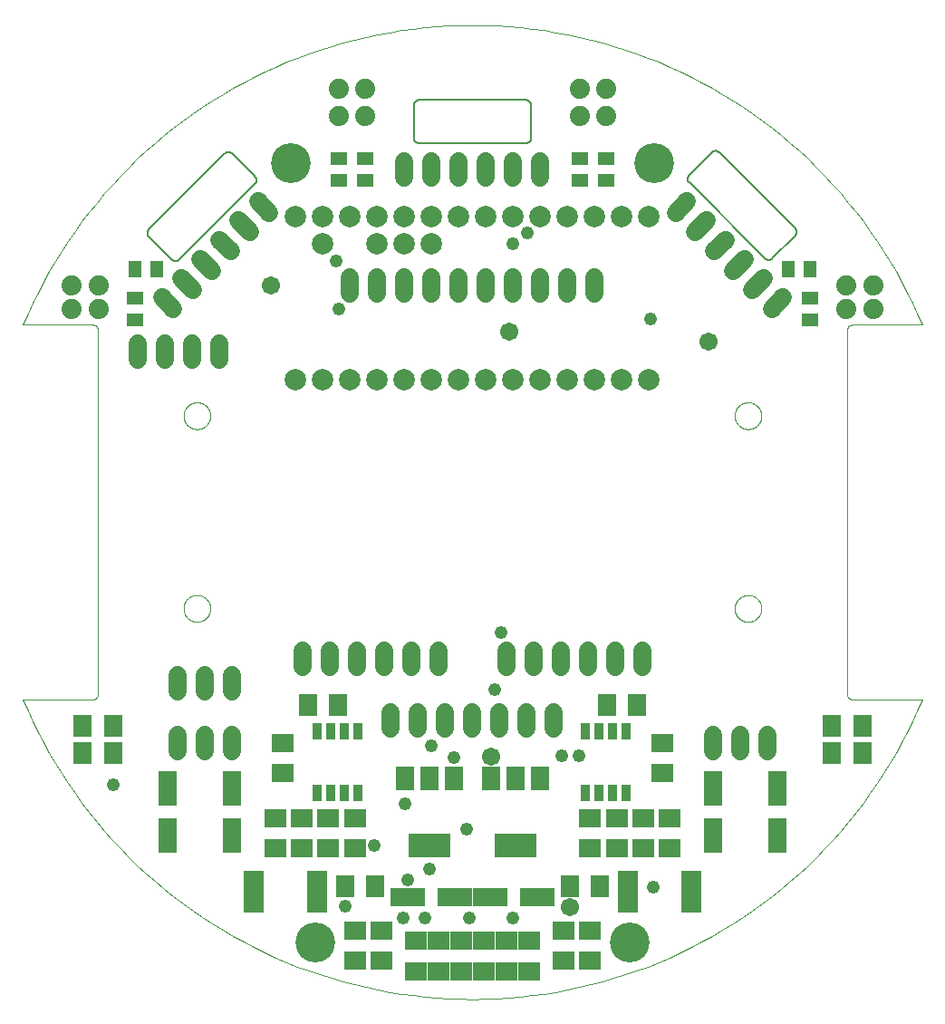
<source format=gts>
G75*
%MOIN*%
%OFA0B0*%
%FSLAX25Y25*%
%IPPOS*%
%LPD*%
%AMOC8*
5,1,8,0,0,1.08239X$1,22.5*
%
%ADD10C,0.00004*%
%ADD11C,0.00394*%
%ADD12C,0.00600*%
%ADD13C,0.07887*%
%ADD14C,0.06800*%
%ADD15R,0.12611X0.07099*%
%ADD16R,0.07099X0.07887*%
%ADD17R,0.07099X0.07898*%
%ADD18R,0.07099X0.12611*%
%ADD19R,0.03792X0.05918*%
%ADD20R,0.07898X0.07099*%
%ADD21R,0.07493X0.15367*%
%ADD22R,0.07887X0.07099*%
%ADD23R,0.06706X0.08674*%
%ADD24R,0.15761X0.08674*%
%ADD25R,0.06312X0.05131*%
%ADD26C,0.07400*%
%ADD27R,0.05131X0.06312*%
%ADD28C,0.14643*%
%ADD29C,0.04800*%
%ADD30C,0.06706*%
D10*
X0078851Y0183717D02*
X0078853Y0183857D01*
X0078859Y0183997D01*
X0078869Y0184136D01*
X0078883Y0184275D01*
X0078901Y0184414D01*
X0078922Y0184552D01*
X0078948Y0184690D01*
X0078978Y0184827D01*
X0079011Y0184962D01*
X0079049Y0185097D01*
X0079090Y0185231D01*
X0079135Y0185364D01*
X0079183Y0185495D01*
X0079236Y0185624D01*
X0079292Y0185753D01*
X0079351Y0185879D01*
X0079415Y0186004D01*
X0079481Y0186127D01*
X0079552Y0186248D01*
X0079625Y0186367D01*
X0079702Y0186484D01*
X0079783Y0186598D01*
X0079866Y0186710D01*
X0079953Y0186820D01*
X0080043Y0186928D01*
X0080135Y0187032D01*
X0080231Y0187134D01*
X0080330Y0187234D01*
X0080431Y0187330D01*
X0080535Y0187424D01*
X0080642Y0187514D01*
X0080751Y0187601D01*
X0080863Y0187686D01*
X0080977Y0187767D01*
X0081093Y0187845D01*
X0081211Y0187919D01*
X0081332Y0187990D01*
X0081454Y0188058D01*
X0081579Y0188122D01*
X0081705Y0188183D01*
X0081832Y0188240D01*
X0081962Y0188293D01*
X0082093Y0188343D01*
X0082225Y0188388D01*
X0082358Y0188431D01*
X0082493Y0188469D01*
X0082628Y0188503D01*
X0082765Y0188534D01*
X0082902Y0188561D01*
X0083040Y0188583D01*
X0083179Y0188602D01*
X0083318Y0188617D01*
X0083457Y0188628D01*
X0083597Y0188635D01*
X0083737Y0188638D01*
X0083877Y0188637D01*
X0084017Y0188632D01*
X0084156Y0188623D01*
X0084296Y0188610D01*
X0084435Y0188593D01*
X0084573Y0188572D01*
X0084711Y0188548D01*
X0084848Y0188519D01*
X0084984Y0188487D01*
X0085119Y0188450D01*
X0085253Y0188410D01*
X0085386Y0188366D01*
X0085517Y0188318D01*
X0085647Y0188267D01*
X0085776Y0188212D01*
X0085903Y0188153D01*
X0086028Y0188090D01*
X0086151Y0188025D01*
X0086273Y0187955D01*
X0086392Y0187882D01*
X0086510Y0187806D01*
X0086625Y0187727D01*
X0086738Y0187644D01*
X0086848Y0187558D01*
X0086956Y0187469D01*
X0087061Y0187377D01*
X0087164Y0187282D01*
X0087264Y0187184D01*
X0087361Y0187084D01*
X0087455Y0186980D01*
X0087547Y0186874D01*
X0087635Y0186766D01*
X0087720Y0186655D01*
X0087802Y0186541D01*
X0087881Y0186425D01*
X0087956Y0186308D01*
X0088028Y0186188D01*
X0088096Y0186066D01*
X0088161Y0185942D01*
X0088223Y0185816D01*
X0088281Y0185689D01*
X0088335Y0185560D01*
X0088386Y0185429D01*
X0088432Y0185297D01*
X0088475Y0185164D01*
X0088515Y0185030D01*
X0088550Y0184895D01*
X0088582Y0184758D01*
X0088609Y0184621D01*
X0088633Y0184483D01*
X0088653Y0184345D01*
X0088669Y0184206D01*
X0088681Y0184066D01*
X0088689Y0183927D01*
X0088693Y0183787D01*
X0088693Y0183647D01*
X0088689Y0183507D01*
X0088681Y0183368D01*
X0088669Y0183228D01*
X0088653Y0183089D01*
X0088633Y0182951D01*
X0088609Y0182813D01*
X0088582Y0182676D01*
X0088550Y0182539D01*
X0088515Y0182404D01*
X0088475Y0182270D01*
X0088432Y0182137D01*
X0088386Y0182005D01*
X0088335Y0181874D01*
X0088281Y0181745D01*
X0088223Y0181618D01*
X0088161Y0181492D01*
X0088096Y0181368D01*
X0088028Y0181246D01*
X0087956Y0181126D01*
X0087881Y0181009D01*
X0087802Y0180893D01*
X0087720Y0180779D01*
X0087635Y0180668D01*
X0087547Y0180560D01*
X0087455Y0180454D01*
X0087361Y0180350D01*
X0087264Y0180250D01*
X0087164Y0180152D01*
X0087061Y0180057D01*
X0086956Y0179965D01*
X0086848Y0179876D01*
X0086738Y0179790D01*
X0086625Y0179707D01*
X0086510Y0179628D01*
X0086392Y0179552D01*
X0086273Y0179479D01*
X0086151Y0179409D01*
X0086028Y0179344D01*
X0085903Y0179281D01*
X0085776Y0179222D01*
X0085647Y0179167D01*
X0085517Y0179116D01*
X0085386Y0179068D01*
X0085253Y0179024D01*
X0085119Y0178984D01*
X0084984Y0178947D01*
X0084848Y0178915D01*
X0084711Y0178886D01*
X0084573Y0178862D01*
X0084435Y0178841D01*
X0084296Y0178824D01*
X0084156Y0178811D01*
X0084017Y0178802D01*
X0083877Y0178797D01*
X0083737Y0178796D01*
X0083597Y0178799D01*
X0083457Y0178806D01*
X0083318Y0178817D01*
X0083179Y0178832D01*
X0083040Y0178851D01*
X0082902Y0178873D01*
X0082765Y0178900D01*
X0082628Y0178931D01*
X0082493Y0178965D01*
X0082358Y0179003D01*
X0082225Y0179046D01*
X0082093Y0179091D01*
X0081962Y0179141D01*
X0081832Y0179194D01*
X0081705Y0179251D01*
X0081579Y0179312D01*
X0081454Y0179376D01*
X0081332Y0179444D01*
X0081211Y0179515D01*
X0081093Y0179589D01*
X0080977Y0179667D01*
X0080863Y0179748D01*
X0080751Y0179833D01*
X0080642Y0179920D01*
X0080535Y0180010D01*
X0080431Y0180104D01*
X0080330Y0180200D01*
X0080231Y0180300D01*
X0080135Y0180402D01*
X0080043Y0180506D01*
X0079953Y0180614D01*
X0079866Y0180724D01*
X0079783Y0180836D01*
X0079702Y0180950D01*
X0079625Y0181067D01*
X0079552Y0181186D01*
X0079481Y0181307D01*
X0079415Y0181430D01*
X0079351Y0181555D01*
X0079292Y0181681D01*
X0079236Y0181810D01*
X0079183Y0181939D01*
X0079135Y0182070D01*
X0079090Y0182203D01*
X0079049Y0182337D01*
X0079011Y0182472D01*
X0078978Y0182607D01*
X0078948Y0182744D01*
X0078922Y0182882D01*
X0078901Y0183020D01*
X0078883Y0183159D01*
X0078869Y0183298D01*
X0078859Y0183437D01*
X0078853Y0183577D01*
X0078851Y0183717D01*
X0078851Y0254583D02*
X0078853Y0254723D01*
X0078859Y0254863D01*
X0078869Y0255002D01*
X0078883Y0255141D01*
X0078901Y0255280D01*
X0078922Y0255418D01*
X0078948Y0255556D01*
X0078978Y0255693D01*
X0079011Y0255828D01*
X0079049Y0255963D01*
X0079090Y0256097D01*
X0079135Y0256230D01*
X0079183Y0256361D01*
X0079236Y0256490D01*
X0079292Y0256619D01*
X0079351Y0256745D01*
X0079415Y0256870D01*
X0079481Y0256993D01*
X0079552Y0257114D01*
X0079625Y0257233D01*
X0079702Y0257350D01*
X0079783Y0257464D01*
X0079866Y0257576D01*
X0079953Y0257686D01*
X0080043Y0257794D01*
X0080135Y0257898D01*
X0080231Y0258000D01*
X0080330Y0258100D01*
X0080431Y0258196D01*
X0080535Y0258290D01*
X0080642Y0258380D01*
X0080751Y0258467D01*
X0080863Y0258552D01*
X0080977Y0258633D01*
X0081093Y0258711D01*
X0081211Y0258785D01*
X0081332Y0258856D01*
X0081454Y0258924D01*
X0081579Y0258988D01*
X0081705Y0259049D01*
X0081832Y0259106D01*
X0081962Y0259159D01*
X0082093Y0259209D01*
X0082225Y0259254D01*
X0082358Y0259297D01*
X0082493Y0259335D01*
X0082628Y0259369D01*
X0082765Y0259400D01*
X0082902Y0259427D01*
X0083040Y0259449D01*
X0083179Y0259468D01*
X0083318Y0259483D01*
X0083457Y0259494D01*
X0083597Y0259501D01*
X0083737Y0259504D01*
X0083877Y0259503D01*
X0084017Y0259498D01*
X0084156Y0259489D01*
X0084296Y0259476D01*
X0084435Y0259459D01*
X0084573Y0259438D01*
X0084711Y0259414D01*
X0084848Y0259385D01*
X0084984Y0259353D01*
X0085119Y0259316D01*
X0085253Y0259276D01*
X0085386Y0259232D01*
X0085517Y0259184D01*
X0085647Y0259133D01*
X0085776Y0259078D01*
X0085903Y0259019D01*
X0086028Y0258956D01*
X0086151Y0258891D01*
X0086273Y0258821D01*
X0086392Y0258748D01*
X0086510Y0258672D01*
X0086625Y0258593D01*
X0086738Y0258510D01*
X0086848Y0258424D01*
X0086956Y0258335D01*
X0087061Y0258243D01*
X0087164Y0258148D01*
X0087264Y0258050D01*
X0087361Y0257950D01*
X0087455Y0257846D01*
X0087547Y0257740D01*
X0087635Y0257632D01*
X0087720Y0257521D01*
X0087802Y0257407D01*
X0087881Y0257291D01*
X0087956Y0257174D01*
X0088028Y0257054D01*
X0088096Y0256932D01*
X0088161Y0256808D01*
X0088223Y0256682D01*
X0088281Y0256555D01*
X0088335Y0256426D01*
X0088386Y0256295D01*
X0088432Y0256163D01*
X0088475Y0256030D01*
X0088515Y0255896D01*
X0088550Y0255761D01*
X0088582Y0255624D01*
X0088609Y0255487D01*
X0088633Y0255349D01*
X0088653Y0255211D01*
X0088669Y0255072D01*
X0088681Y0254932D01*
X0088689Y0254793D01*
X0088693Y0254653D01*
X0088693Y0254513D01*
X0088689Y0254373D01*
X0088681Y0254234D01*
X0088669Y0254094D01*
X0088653Y0253955D01*
X0088633Y0253817D01*
X0088609Y0253679D01*
X0088582Y0253542D01*
X0088550Y0253405D01*
X0088515Y0253270D01*
X0088475Y0253136D01*
X0088432Y0253003D01*
X0088386Y0252871D01*
X0088335Y0252740D01*
X0088281Y0252611D01*
X0088223Y0252484D01*
X0088161Y0252358D01*
X0088096Y0252234D01*
X0088028Y0252112D01*
X0087956Y0251992D01*
X0087881Y0251875D01*
X0087802Y0251759D01*
X0087720Y0251645D01*
X0087635Y0251534D01*
X0087547Y0251426D01*
X0087455Y0251320D01*
X0087361Y0251216D01*
X0087264Y0251116D01*
X0087164Y0251018D01*
X0087061Y0250923D01*
X0086956Y0250831D01*
X0086848Y0250742D01*
X0086738Y0250656D01*
X0086625Y0250573D01*
X0086510Y0250494D01*
X0086392Y0250418D01*
X0086273Y0250345D01*
X0086151Y0250275D01*
X0086028Y0250210D01*
X0085903Y0250147D01*
X0085776Y0250088D01*
X0085647Y0250033D01*
X0085517Y0249982D01*
X0085386Y0249934D01*
X0085253Y0249890D01*
X0085119Y0249850D01*
X0084984Y0249813D01*
X0084848Y0249781D01*
X0084711Y0249752D01*
X0084573Y0249728D01*
X0084435Y0249707D01*
X0084296Y0249690D01*
X0084156Y0249677D01*
X0084017Y0249668D01*
X0083877Y0249663D01*
X0083737Y0249662D01*
X0083597Y0249665D01*
X0083457Y0249672D01*
X0083318Y0249683D01*
X0083179Y0249698D01*
X0083040Y0249717D01*
X0082902Y0249739D01*
X0082765Y0249766D01*
X0082628Y0249797D01*
X0082493Y0249831D01*
X0082358Y0249869D01*
X0082225Y0249912D01*
X0082093Y0249957D01*
X0081962Y0250007D01*
X0081832Y0250060D01*
X0081705Y0250117D01*
X0081579Y0250178D01*
X0081454Y0250242D01*
X0081332Y0250310D01*
X0081211Y0250381D01*
X0081093Y0250455D01*
X0080977Y0250533D01*
X0080863Y0250614D01*
X0080751Y0250699D01*
X0080642Y0250786D01*
X0080535Y0250876D01*
X0080431Y0250970D01*
X0080330Y0251066D01*
X0080231Y0251166D01*
X0080135Y0251268D01*
X0080043Y0251372D01*
X0079953Y0251480D01*
X0079866Y0251590D01*
X0079783Y0251702D01*
X0079702Y0251816D01*
X0079625Y0251933D01*
X0079552Y0252052D01*
X0079481Y0252173D01*
X0079415Y0252296D01*
X0079351Y0252421D01*
X0079292Y0252547D01*
X0079236Y0252676D01*
X0079183Y0252805D01*
X0079135Y0252936D01*
X0079090Y0253069D01*
X0079049Y0253203D01*
X0079011Y0253338D01*
X0078978Y0253473D01*
X0078948Y0253610D01*
X0078922Y0253748D01*
X0078901Y0253886D01*
X0078883Y0254025D01*
X0078869Y0254164D01*
X0078859Y0254303D01*
X0078853Y0254443D01*
X0078851Y0254583D01*
X0281607Y0254583D02*
X0281609Y0254723D01*
X0281615Y0254863D01*
X0281625Y0255002D01*
X0281639Y0255141D01*
X0281657Y0255280D01*
X0281678Y0255418D01*
X0281704Y0255556D01*
X0281734Y0255693D01*
X0281767Y0255828D01*
X0281805Y0255963D01*
X0281846Y0256097D01*
X0281891Y0256230D01*
X0281939Y0256361D01*
X0281992Y0256490D01*
X0282048Y0256619D01*
X0282107Y0256745D01*
X0282171Y0256870D01*
X0282237Y0256993D01*
X0282308Y0257114D01*
X0282381Y0257233D01*
X0282458Y0257350D01*
X0282539Y0257464D01*
X0282622Y0257576D01*
X0282709Y0257686D01*
X0282799Y0257794D01*
X0282891Y0257898D01*
X0282987Y0258000D01*
X0283086Y0258100D01*
X0283187Y0258196D01*
X0283291Y0258290D01*
X0283398Y0258380D01*
X0283507Y0258467D01*
X0283619Y0258552D01*
X0283733Y0258633D01*
X0283849Y0258711D01*
X0283967Y0258785D01*
X0284088Y0258856D01*
X0284210Y0258924D01*
X0284335Y0258988D01*
X0284461Y0259049D01*
X0284588Y0259106D01*
X0284718Y0259159D01*
X0284849Y0259209D01*
X0284981Y0259254D01*
X0285114Y0259297D01*
X0285249Y0259335D01*
X0285384Y0259369D01*
X0285521Y0259400D01*
X0285658Y0259427D01*
X0285796Y0259449D01*
X0285935Y0259468D01*
X0286074Y0259483D01*
X0286213Y0259494D01*
X0286353Y0259501D01*
X0286493Y0259504D01*
X0286633Y0259503D01*
X0286773Y0259498D01*
X0286912Y0259489D01*
X0287052Y0259476D01*
X0287191Y0259459D01*
X0287329Y0259438D01*
X0287467Y0259414D01*
X0287604Y0259385D01*
X0287740Y0259353D01*
X0287875Y0259316D01*
X0288009Y0259276D01*
X0288142Y0259232D01*
X0288273Y0259184D01*
X0288403Y0259133D01*
X0288532Y0259078D01*
X0288659Y0259019D01*
X0288784Y0258956D01*
X0288907Y0258891D01*
X0289029Y0258821D01*
X0289148Y0258748D01*
X0289266Y0258672D01*
X0289381Y0258593D01*
X0289494Y0258510D01*
X0289604Y0258424D01*
X0289712Y0258335D01*
X0289817Y0258243D01*
X0289920Y0258148D01*
X0290020Y0258050D01*
X0290117Y0257950D01*
X0290211Y0257846D01*
X0290303Y0257740D01*
X0290391Y0257632D01*
X0290476Y0257521D01*
X0290558Y0257407D01*
X0290637Y0257291D01*
X0290712Y0257174D01*
X0290784Y0257054D01*
X0290852Y0256932D01*
X0290917Y0256808D01*
X0290979Y0256682D01*
X0291037Y0256555D01*
X0291091Y0256426D01*
X0291142Y0256295D01*
X0291188Y0256163D01*
X0291231Y0256030D01*
X0291271Y0255896D01*
X0291306Y0255761D01*
X0291338Y0255624D01*
X0291365Y0255487D01*
X0291389Y0255349D01*
X0291409Y0255211D01*
X0291425Y0255072D01*
X0291437Y0254932D01*
X0291445Y0254793D01*
X0291449Y0254653D01*
X0291449Y0254513D01*
X0291445Y0254373D01*
X0291437Y0254234D01*
X0291425Y0254094D01*
X0291409Y0253955D01*
X0291389Y0253817D01*
X0291365Y0253679D01*
X0291338Y0253542D01*
X0291306Y0253405D01*
X0291271Y0253270D01*
X0291231Y0253136D01*
X0291188Y0253003D01*
X0291142Y0252871D01*
X0291091Y0252740D01*
X0291037Y0252611D01*
X0290979Y0252484D01*
X0290917Y0252358D01*
X0290852Y0252234D01*
X0290784Y0252112D01*
X0290712Y0251992D01*
X0290637Y0251875D01*
X0290558Y0251759D01*
X0290476Y0251645D01*
X0290391Y0251534D01*
X0290303Y0251426D01*
X0290211Y0251320D01*
X0290117Y0251216D01*
X0290020Y0251116D01*
X0289920Y0251018D01*
X0289817Y0250923D01*
X0289712Y0250831D01*
X0289604Y0250742D01*
X0289494Y0250656D01*
X0289381Y0250573D01*
X0289266Y0250494D01*
X0289148Y0250418D01*
X0289029Y0250345D01*
X0288907Y0250275D01*
X0288784Y0250210D01*
X0288659Y0250147D01*
X0288532Y0250088D01*
X0288403Y0250033D01*
X0288273Y0249982D01*
X0288142Y0249934D01*
X0288009Y0249890D01*
X0287875Y0249850D01*
X0287740Y0249813D01*
X0287604Y0249781D01*
X0287467Y0249752D01*
X0287329Y0249728D01*
X0287191Y0249707D01*
X0287052Y0249690D01*
X0286912Y0249677D01*
X0286773Y0249668D01*
X0286633Y0249663D01*
X0286493Y0249662D01*
X0286353Y0249665D01*
X0286213Y0249672D01*
X0286074Y0249683D01*
X0285935Y0249698D01*
X0285796Y0249717D01*
X0285658Y0249739D01*
X0285521Y0249766D01*
X0285384Y0249797D01*
X0285249Y0249831D01*
X0285114Y0249869D01*
X0284981Y0249912D01*
X0284849Y0249957D01*
X0284718Y0250007D01*
X0284588Y0250060D01*
X0284461Y0250117D01*
X0284335Y0250178D01*
X0284210Y0250242D01*
X0284088Y0250310D01*
X0283967Y0250381D01*
X0283849Y0250455D01*
X0283733Y0250533D01*
X0283619Y0250614D01*
X0283507Y0250699D01*
X0283398Y0250786D01*
X0283291Y0250876D01*
X0283187Y0250970D01*
X0283086Y0251066D01*
X0282987Y0251166D01*
X0282891Y0251268D01*
X0282799Y0251372D01*
X0282709Y0251480D01*
X0282622Y0251590D01*
X0282539Y0251702D01*
X0282458Y0251816D01*
X0282381Y0251933D01*
X0282308Y0252052D01*
X0282237Y0252173D01*
X0282171Y0252296D01*
X0282107Y0252421D01*
X0282048Y0252547D01*
X0281992Y0252676D01*
X0281939Y0252805D01*
X0281891Y0252936D01*
X0281846Y0253069D01*
X0281805Y0253203D01*
X0281767Y0253338D01*
X0281734Y0253473D01*
X0281704Y0253610D01*
X0281678Y0253748D01*
X0281657Y0253886D01*
X0281639Y0254025D01*
X0281625Y0254164D01*
X0281615Y0254303D01*
X0281609Y0254443D01*
X0281607Y0254583D01*
X0281607Y0183717D02*
X0281609Y0183857D01*
X0281615Y0183997D01*
X0281625Y0184136D01*
X0281639Y0184275D01*
X0281657Y0184414D01*
X0281678Y0184552D01*
X0281704Y0184690D01*
X0281734Y0184827D01*
X0281767Y0184962D01*
X0281805Y0185097D01*
X0281846Y0185231D01*
X0281891Y0185364D01*
X0281939Y0185495D01*
X0281992Y0185624D01*
X0282048Y0185753D01*
X0282107Y0185879D01*
X0282171Y0186004D01*
X0282237Y0186127D01*
X0282308Y0186248D01*
X0282381Y0186367D01*
X0282458Y0186484D01*
X0282539Y0186598D01*
X0282622Y0186710D01*
X0282709Y0186820D01*
X0282799Y0186928D01*
X0282891Y0187032D01*
X0282987Y0187134D01*
X0283086Y0187234D01*
X0283187Y0187330D01*
X0283291Y0187424D01*
X0283398Y0187514D01*
X0283507Y0187601D01*
X0283619Y0187686D01*
X0283733Y0187767D01*
X0283849Y0187845D01*
X0283967Y0187919D01*
X0284088Y0187990D01*
X0284210Y0188058D01*
X0284335Y0188122D01*
X0284461Y0188183D01*
X0284588Y0188240D01*
X0284718Y0188293D01*
X0284849Y0188343D01*
X0284981Y0188388D01*
X0285114Y0188431D01*
X0285249Y0188469D01*
X0285384Y0188503D01*
X0285521Y0188534D01*
X0285658Y0188561D01*
X0285796Y0188583D01*
X0285935Y0188602D01*
X0286074Y0188617D01*
X0286213Y0188628D01*
X0286353Y0188635D01*
X0286493Y0188638D01*
X0286633Y0188637D01*
X0286773Y0188632D01*
X0286912Y0188623D01*
X0287052Y0188610D01*
X0287191Y0188593D01*
X0287329Y0188572D01*
X0287467Y0188548D01*
X0287604Y0188519D01*
X0287740Y0188487D01*
X0287875Y0188450D01*
X0288009Y0188410D01*
X0288142Y0188366D01*
X0288273Y0188318D01*
X0288403Y0188267D01*
X0288532Y0188212D01*
X0288659Y0188153D01*
X0288784Y0188090D01*
X0288907Y0188025D01*
X0289029Y0187955D01*
X0289148Y0187882D01*
X0289266Y0187806D01*
X0289381Y0187727D01*
X0289494Y0187644D01*
X0289604Y0187558D01*
X0289712Y0187469D01*
X0289817Y0187377D01*
X0289920Y0187282D01*
X0290020Y0187184D01*
X0290117Y0187084D01*
X0290211Y0186980D01*
X0290303Y0186874D01*
X0290391Y0186766D01*
X0290476Y0186655D01*
X0290558Y0186541D01*
X0290637Y0186425D01*
X0290712Y0186308D01*
X0290784Y0186188D01*
X0290852Y0186066D01*
X0290917Y0185942D01*
X0290979Y0185816D01*
X0291037Y0185689D01*
X0291091Y0185560D01*
X0291142Y0185429D01*
X0291188Y0185297D01*
X0291231Y0185164D01*
X0291271Y0185030D01*
X0291306Y0184895D01*
X0291338Y0184758D01*
X0291365Y0184621D01*
X0291389Y0184483D01*
X0291409Y0184345D01*
X0291425Y0184206D01*
X0291437Y0184066D01*
X0291445Y0183927D01*
X0291449Y0183787D01*
X0291449Y0183647D01*
X0291445Y0183507D01*
X0291437Y0183368D01*
X0291425Y0183228D01*
X0291409Y0183089D01*
X0291389Y0182951D01*
X0291365Y0182813D01*
X0291338Y0182676D01*
X0291306Y0182539D01*
X0291271Y0182404D01*
X0291231Y0182270D01*
X0291188Y0182137D01*
X0291142Y0182005D01*
X0291091Y0181874D01*
X0291037Y0181745D01*
X0290979Y0181618D01*
X0290917Y0181492D01*
X0290852Y0181368D01*
X0290784Y0181246D01*
X0290712Y0181126D01*
X0290637Y0181009D01*
X0290558Y0180893D01*
X0290476Y0180779D01*
X0290391Y0180668D01*
X0290303Y0180560D01*
X0290211Y0180454D01*
X0290117Y0180350D01*
X0290020Y0180250D01*
X0289920Y0180152D01*
X0289817Y0180057D01*
X0289712Y0179965D01*
X0289604Y0179876D01*
X0289494Y0179790D01*
X0289381Y0179707D01*
X0289266Y0179628D01*
X0289148Y0179552D01*
X0289029Y0179479D01*
X0288907Y0179409D01*
X0288784Y0179344D01*
X0288659Y0179281D01*
X0288532Y0179222D01*
X0288403Y0179167D01*
X0288273Y0179116D01*
X0288142Y0179068D01*
X0288009Y0179024D01*
X0287875Y0178984D01*
X0287740Y0178947D01*
X0287604Y0178915D01*
X0287467Y0178886D01*
X0287329Y0178862D01*
X0287191Y0178841D01*
X0287052Y0178824D01*
X0286912Y0178811D01*
X0286773Y0178802D01*
X0286633Y0178797D01*
X0286493Y0178796D01*
X0286353Y0178799D01*
X0286213Y0178806D01*
X0286074Y0178817D01*
X0285935Y0178832D01*
X0285796Y0178851D01*
X0285658Y0178873D01*
X0285521Y0178900D01*
X0285384Y0178931D01*
X0285249Y0178965D01*
X0285114Y0179003D01*
X0284981Y0179046D01*
X0284849Y0179091D01*
X0284718Y0179141D01*
X0284588Y0179194D01*
X0284461Y0179251D01*
X0284335Y0179312D01*
X0284210Y0179376D01*
X0284088Y0179444D01*
X0283967Y0179515D01*
X0283849Y0179589D01*
X0283733Y0179667D01*
X0283619Y0179748D01*
X0283507Y0179833D01*
X0283398Y0179920D01*
X0283291Y0180010D01*
X0283187Y0180104D01*
X0283086Y0180200D01*
X0282987Y0180300D01*
X0282891Y0180402D01*
X0282799Y0180506D01*
X0282709Y0180614D01*
X0282622Y0180724D01*
X0282539Y0180836D01*
X0282458Y0180950D01*
X0282381Y0181067D01*
X0282308Y0181186D01*
X0282237Y0181307D01*
X0282171Y0181430D01*
X0282107Y0181555D01*
X0282048Y0181681D01*
X0281992Y0181810D01*
X0281939Y0181939D01*
X0281891Y0182070D01*
X0281846Y0182203D01*
X0281805Y0182337D01*
X0281767Y0182472D01*
X0281734Y0182607D01*
X0281704Y0182744D01*
X0281678Y0182882D01*
X0281657Y0183020D01*
X0281639Y0183159D01*
X0281625Y0183298D01*
X0281615Y0183437D01*
X0281609Y0183577D01*
X0281607Y0183717D01*
D11*
X0322945Y0152221D02*
X0322945Y0286079D01*
X0322947Y0286165D01*
X0322952Y0286251D01*
X0322962Y0286336D01*
X0322975Y0286421D01*
X0322992Y0286505D01*
X0323012Y0286589D01*
X0323036Y0286671D01*
X0323064Y0286752D01*
X0323095Y0286833D01*
X0323129Y0286911D01*
X0323167Y0286988D01*
X0323209Y0287064D01*
X0323253Y0287137D01*
X0323301Y0287208D01*
X0323352Y0287278D01*
X0323406Y0287345D01*
X0323462Y0287409D01*
X0323522Y0287471D01*
X0323584Y0287531D01*
X0323648Y0287587D01*
X0323715Y0287641D01*
X0323785Y0287692D01*
X0323856Y0287740D01*
X0323930Y0287784D01*
X0324005Y0287826D01*
X0324082Y0287864D01*
X0324160Y0287898D01*
X0324241Y0287929D01*
X0324322Y0287957D01*
X0324404Y0287981D01*
X0324488Y0288001D01*
X0324572Y0288018D01*
X0324657Y0288031D01*
X0324742Y0288041D01*
X0324828Y0288046D01*
X0324914Y0288048D01*
X0350504Y0288048D01*
X0350504Y0150252D02*
X0324914Y0150252D01*
X0324828Y0150254D01*
X0324742Y0150259D01*
X0324657Y0150269D01*
X0324572Y0150282D01*
X0324488Y0150299D01*
X0324404Y0150319D01*
X0324322Y0150343D01*
X0324241Y0150371D01*
X0324160Y0150402D01*
X0324082Y0150436D01*
X0324005Y0150474D01*
X0323930Y0150516D01*
X0323856Y0150560D01*
X0323785Y0150608D01*
X0323715Y0150659D01*
X0323648Y0150713D01*
X0323584Y0150769D01*
X0323522Y0150829D01*
X0323462Y0150891D01*
X0323406Y0150955D01*
X0323352Y0151022D01*
X0323301Y0151092D01*
X0323253Y0151163D01*
X0323209Y0151237D01*
X0323167Y0151312D01*
X0323129Y0151389D01*
X0323095Y0151467D01*
X0323064Y0151548D01*
X0323036Y0151629D01*
X0323012Y0151711D01*
X0322992Y0151795D01*
X0322975Y0151879D01*
X0322962Y0151964D01*
X0322952Y0152049D01*
X0322947Y0152135D01*
X0322945Y0152221D01*
X0350504Y0288048D02*
X0348767Y0292078D01*
X0346931Y0296064D01*
X0344999Y0300004D01*
X0342970Y0303896D01*
X0340846Y0307737D01*
X0338630Y0311524D01*
X0336321Y0315257D01*
X0333921Y0318931D01*
X0331432Y0322546D01*
X0328855Y0326098D01*
X0326192Y0329586D01*
X0323444Y0333009D01*
X0320613Y0336362D01*
X0317701Y0339646D01*
X0314709Y0342857D01*
X0311640Y0345993D01*
X0308495Y0349054D01*
X0305275Y0352037D01*
X0301984Y0354940D01*
X0298622Y0357761D01*
X0295193Y0360499D01*
X0291697Y0363153D01*
X0288137Y0365720D01*
X0284516Y0368198D01*
X0280835Y0370588D01*
X0277096Y0372887D01*
X0273302Y0375093D01*
X0269455Y0377206D01*
X0265558Y0379223D01*
X0261613Y0381145D01*
X0257621Y0382970D01*
X0253586Y0384696D01*
X0249510Y0386323D01*
X0245396Y0387849D01*
X0241245Y0389275D01*
X0237060Y0390598D01*
X0232845Y0391818D01*
X0228600Y0392935D01*
X0224330Y0393947D01*
X0220036Y0394854D01*
X0215721Y0395656D01*
X0211388Y0396352D01*
X0207039Y0396942D01*
X0202677Y0397424D01*
X0198305Y0397800D01*
X0193924Y0398069D01*
X0189538Y0398230D01*
X0185150Y0398284D01*
X0180762Y0398230D01*
X0176376Y0398069D01*
X0171995Y0397800D01*
X0167623Y0397424D01*
X0163261Y0396942D01*
X0158912Y0396352D01*
X0154579Y0395656D01*
X0150264Y0394854D01*
X0145970Y0393947D01*
X0141700Y0392935D01*
X0137455Y0391818D01*
X0133240Y0390598D01*
X0129055Y0389275D01*
X0124904Y0387849D01*
X0120790Y0386323D01*
X0116714Y0384696D01*
X0112679Y0382970D01*
X0108687Y0381145D01*
X0104742Y0379223D01*
X0100845Y0377206D01*
X0096998Y0375093D01*
X0093204Y0372887D01*
X0089465Y0370588D01*
X0085784Y0368198D01*
X0082163Y0365720D01*
X0078603Y0363153D01*
X0075107Y0360499D01*
X0071678Y0357761D01*
X0068316Y0354940D01*
X0065025Y0352037D01*
X0061805Y0349054D01*
X0058660Y0345993D01*
X0055591Y0342857D01*
X0052599Y0339646D01*
X0049687Y0336362D01*
X0046856Y0333009D01*
X0044108Y0329586D01*
X0041445Y0326098D01*
X0038868Y0322546D01*
X0036379Y0318931D01*
X0033979Y0315257D01*
X0031670Y0311524D01*
X0029454Y0307737D01*
X0027330Y0303896D01*
X0025301Y0300004D01*
X0023369Y0296064D01*
X0021533Y0292078D01*
X0019796Y0288048D01*
X0045386Y0288048D01*
X0045472Y0288046D01*
X0045558Y0288041D01*
X0045643Y0288031D01*
X0045728Y0288018D01*
X0045812Y0288001D01*
X0045896Y0287981D01*
X0045978Y0287957D01*
X0046059Y0287929D01*
X0046140Y0287898D01*
X0046218Y0287864D01*
X0046295Y0287826D01*
X0046371Y0287784D01*
X0046444Y0287740D01*
X0046515Y0287692D01*
X0046585Y0287641D01*
X0046652Y0287587D01*
X0046716Y0287531D01*
X0046778Y0287471D01*
X0046838Y0287409D01*
X0046894Y0287345D01*
X0046948Y0287278D01*
X0046999Y0287208D01*
X0047047Y0287137D01*
X0047091Y0287064D01*
X0047133Y0286988D01*
X0047171Y0286911D01*
X0047205Y0286833D01*
X0047236Y0286752D01*
X0047264Y0286671D01*
X0047288Y0286589D01*
X0047308Y0286505D01*
X0047325Y0286421D01*
X0047338Y0286336D01*
X0047348Y0286251D01*
X0047353Y0286165D01*
X0047355Y0286079D01*
X0047355Y0152221D01*
X0047353Y0152135D01*
X0047348Y0152049D01*
X0047338Y0151964D01*
X0047325Y0151879D01*
X0047308Y0151795D01*
X0047288Y0151711D01*
X0047264Y0151629D01*
X0047236Y0151548D01*
X0047205Y0151467D01*
X0047171Y0151389D01*
X0047133Y0151312D01*
X0047091Y0151237D01*
X0047047Y0151163D01*
X0046999Y0151092D01*
X0046948Y0151022D01*
X0046894Y0150955D01*
X0046838Y0150891D01*
X0046778Y0150829D01*
X0046716Y0150769D01*
X0046652Y0150713D01*
X0046585Y0150659D01*
X0046515Y0150608D01*
X0046444Y0150560D01*
X0046371Y0150516D01*
X0046295Y0150474D01*
X0046218Y0150436D01*
X0046140Y0150402D01*
X0046059Y0150371D01*
X0045978Y0150343D01*
X0045896Y0150319D01*
X0045812Y0150299D01*
X0045728Y0150282D01*
X0045643Y0150269D01*
X0045558Y0150259D01*
X0045472Y0150254D01*
X0045386Y0150252D01*
X0019796Y0150252D01*
X0021533Y0146222D01*
X0023369Y0142236D01*
X0025301Y0138296D01*
X0027330Y0134404D01*
X0029454Y0130563D01*
X0031670Y0126776D01*
X0033979Y0123043D01*
X0036379Y0119369D01*
X0038868Y0115754D01*
X0041445Y0112202D01*
X0044108Y0108714D01*
X0046856Y0105291D01*
X0049687Y0101938D01*
X0052599Y0098654D01*
X0055591Y0095443D01*
X0058660Y0092307D01*
X0061805Y0089246D01*
X0065025Y0086263D01*
X0068316Y0083360D01*
X0071678Y0080539D01*
X0075107Y0077801D01*
X0078603Y0075147D01*
X0082163Y0072580D01*
X0085784Y0070102D01*
X0089465Y0067712D01*
X0093204Y0065413D01*
X0096998Y0063207D01*
X0100845Y0061094D01*
X0104742Y0059077D01*
X0108687Y0057155D01*
X0112679Y0055330D01*
X0116714Y0053604D01*
X0120790Y0051977D01*
X0124904Y0050451D01*
X0129055Y0049025D01*
X0133240Y0047702D01*
X0137455Y0046482D01*
X0141700Y0045365D01*
X0145970Y0044353D01*
X0150264Y0043446D01*
X0154579Y0042644D01*
X0158912Y0041948D01*
X0163261Y0041358D01*
X0167623Y0040876D01*
X0171995Y0040500D01*
X0176376Y0040231D01*
X0180762Y0040070D01*
X0185150Y0040016D01*
X0189538Y0040070D01*
X0193924Y0040231D01*
X0198305Y0040500D01*
X0202677Y0040876D01*
X0207039Y0041358D01*
X0211388Y0041948D01*
X0215721Y0042644D01*
X0220036Y0043446D01*
X0224330Y0044353D01*
X0228600Y0045365D01*
X0232845Y0046482D01*
X0237060Y0047702D01*
X0241245Y0049025D01*
X0245396Y0050451D01*
X0249510Y0051977D01*
X0253586Y0053604D01*
X0257621Y0055330D01*
X0261613Y0057155D01*
X0265558Y0059077D01*
X0269455Y0061094D01*
X0273302Y0063207D01*
X0277096Y0065413D01*
X0280835Y0067712D01*
X0284516Y0070102D01*
X0288137Y0072580D01*
X0291697Y0075147D01*
X0295193Y0077801D01*
X0298622Y0080539D01*
X0301984Y0083360D01*
X0305275Y0086263D01*
X0308495Y0089246D01*
X0311640Y0092307D01*
X0314709Y0095443D01*
X0317701Y0098654D01*
X0320613Y0101938D01*
X0323444Y0105291D01*
X0326192Y0108714D01*
X0328855Y0112202D01*
X0331432Y0115754D01*
X0333921Y0119369D01*
X0336321Y0123043D01*
X0338630Y0126776D01*
X0340846Y0130563D01*
X0342970Y0134404D01*
X0344999Y0138296D01*
X0346931Y0142236D01*
X0348767Y0146222D01*
X0350504Y0150252D01*
D12*
X0295469Y0312527D02*
X0303821Y0320878D01*
X0303881Y0320940D01*
X0303937Y0321004D01*
X0303991Y0321071D01*
X0304042Y0321141D01*
X0304090Y0321212D01*
X0304134Y0321286D01*
X0304176Y0321361D01*
X0304214Y0321438D01*
X0304248Y0321516D01*
X0304279Y0321597D01*
X0304307Y0321678D01*
X0304331Y0321760D01*
X0304351Y0321844D01*
X0304368Y0321928D01*
X0304381Y0322013D01*
X0304391Y0322098D01*
X0304396Y0322184D01*
X0304398Y0322270D01*
X0304396Y0322356D01*
X0304391Y0322442D01*
X0304381Y0322527D01*
X0304368Y0322612D01*
X0304351Y0322696D01*
X0304331Y0322780D01*
X0304307Y0322862D01*
X0304279Y0322943D01*
X0304248Y0323024D01*
X0304214Y0323102D01*
X0304176Y0323179D01*
X0304134Y0323255D01*
X0304090Y0323328D01*
X0304042Y0323399D01*
X0303991Y0323469D01*
X0303937Y0323536D01*
X0303881Y0323600D01*
X0303821Y0323662D01*
X0275982Y0351501D01*
X0275920Y0351561D01*
X0275856Y0351617D01*
X0275789Y0351671D01*
X0275719Y0351722D01*
X0275648Y0351770D01*
X0275575Y0351814D01*
X0275499Y0351856D01*
X0275422Y0351894D01*
X0275344Y0351928D01*
X0275263Y0351959D01*
X0275182Y0351987D01*
X0275100Y0352011D01*
X0275016Y0352031D01*
X0274932Y0352048D01*
X0274847Y0352061D01*
X0274762Y0352071D01*
X0274676Y0352076D01*
X0274590Y0352078D01*
X0274504Y0352076D01*
X0274418Y0352071D01*
X0274333Y0352061D01*
X0274248Y0352048D01*
X0274164Y0352031D01*
X0274080Y0352011D01*
X0273998Y0351987D01*
X0273917Y0351959D01*
X0273836Y0351928D01*
X0273758Y0351894D01*
X0273681Y0351856D01*
X0273606Y0351814D01*
X0273532Y0351770D01*
X0273461Y0351722D01*
X0273391Y0351671D01*
X0273324Y0351617D01*
X0273260Y0351561D01*
X0273198Y0351501D01*
X0264846Y0343149D01*
X0264846Y0343150D02*
X0264786Y0343088D01*
X0264730Y0343024D01*
X0264676Y0342957D01*
X0264625Y0342887D01*
X0264577Y0342816D01*
X0264533Y0342743D01*
X0264491Y0342667D01*
X0264453Y0342590D01*
X0264419Y0342512D01*
X0264388Y0342431D01*
X0264360Y0342350D01*
X0264336Y0342268D01*
X0264316Y0342184D01*
X0264299Y0342100D01*
X0264286Y0342015D01*
X0264276Y0341930D01*
X0264271Y0341844D01*
X0264269Y0341758D01*
X0264271Y0341672D01*
X0264276Y0341586D01*
X0264286Y0341501D01*
X0264299Y0341416D01*
X0264316Y0341332D01*
X0264336Y0341248D01*
X0264360Y0341166D01*
X0264388Y0341085D01*
X0264419Y0341004D01*
X0264453Y0340926D01*
X0264491Y0340849D01*
X0264533Y0340774D01*
X0264577Y0340700D01*
X0264625Y0340629D01*
X0264676Y0340559D01*
X0264730Y0340492D01*
X0264786Y0340428D01*
X0264846Y0340366D01*
X0292685Y0312527D01*
X0292747Y0312467D01*
X0292811Y0312411D01*
X0292878Y0312357D01*
X0292948Y0312306D01*
X0293019Y0312258D01*
X0293093Y0312214D01*
X0293168Y0312172D01*
X0293245Y0312134D01*
X0293323Y0312100D01*
X0293404Y0312069D01*
X0293485Y0312041D01*
X0293567Y0312017D01*
X0293651Y0311997D01*
X0293735Y0311980D01*
X0293820Y0311967D01*
X0293905Y0311957D01*
X0293991Y0311952D01*
X0294077Y0311950D01*
X0294163Y0311952D01*
X0294249Y0311957D01*
X0294334Y0311967D01*
X0294419Y0311980D01*
X0294503Y0311997D01*
X0294587Y0312017D01*
X0294669Y0312041D01*
X0294750Y0312069D01*
X0294831Y0312100D01*
X0294909Y0312134D01*
X0294986Y0312172D01*
X0295062Y0312214D01*
X0295135Y0312258D01*
X0295206Y0312306D01*
X0295276Y0312357D01*
X0295343Y0312411D01*
X0295407Y0312467D01*
X0295469Y0312527D01*
X0206804Y0356945D02*
X0206804Y0368756D01*
X0206802Y0368842D01*
X0206797Y0368928D01*
X0206787Y0369013D01*
X0206774Y0369098D01*
X0206757Y0369182D01*
X0206737Y0369266D01*
X0206713Y0369348D01*
X0206685Y0369429D01*
X0206654Y0369510D01*
X0206620Y0369588D01*
X0206582Y0369665D01*
X0206540Y0369741D01*
X0206496Y0369814D01*
X0206448Y0369885D01*
X0206397Y0369955D01*
X0206343Y0370022D01*
X0206287Y0370086D01*
X0206227Y0370148D01*
X0206165Y0370208D01*
X0206101Y0370264D01*
X0206034Y0370318D01*
X0205964Y0370369D01*
X0205893Y0370417D01*
X0205820Y0370461D01*
X0205744Y0370503D01*
X0205667Y0370541D01*
X0205589Y0370575D01*
X0205508Y0370606D01*
X0205427Y0370634D01*
X0205345Y0370658D01*
X0205261Y0370678D01*
X0205177Y0370695D01*
X0205092Y0370708D01*
X0205007Y0370718D01*
X0204921Y0370723D01*
X0204835Y0370725D01*
X0165465Y0370725D01*
X0165379Y0370723D01*
X0165293Y0370718D01*
X0165208Y0370708D01*
X0165123Y0370695D01*
X0165039Y0370678D01*
X0164955Y0370658D01*
X0164873Y0370634D01*
X0164792Y0370606D01*
X0164711Y0370575D01*
X0164633Y0370541D01*
X0164556Y0370503D01*
X0164481Y0370461D01*
X0164407Y0370417D01*
X0164336Y0370369D01*
X0164266Y0370318D01*
X0164199Y0370264D01*
X0164135Y0370208D01*
X0164073Y0370148D01*
X0164013Y0370086D01*
X0163957Y0370022D01*
X0163903Y0369955D01*
X0163852Y0369885D01*
X0163804Y0369814D01*
X0163760Y0369741D01*
X0163718Y0369665D01*
X0163680Y0369588D01*
X0163646Y0369510D01*
X0163615Y0369429D01*
X0163587Y0369348D01*
X0163563Y0369266D01*
X0163543Y0369182D01*
X0163526Y0369098D01*
X0163513Y0369013D01*
X0163503Y0368928D01*
X0163498Y0368842D01*
X0163496Y0368756D01*
X0163496Y0356945D01*
X0163498Y0356859D01*
X0163503Y0356773D01*
X0163513Y0356688D01*
X0163526Y0356603D01*
X0163543Y0356519D01*
X0163563Y0356435D01*
X0163587Y0356353D01*
X0163615Y0356272D01*
X0163646Y0356191D01*
X0163680Y0356113D01*
X0163718Y0356036D01*
X0163760Y0355961D01*
X0163804Y0355887D01*
X0163852Y0355816D01*
X0163903Y0355746D01*
X0163957Y0355679D01*
X0164013Y0355615D01*
X0164073Y0355553D01*
X0164135Y0355493D01*
X0164199Y0355437D01*
X0164266Y0355383D01*
X0164336Y0355332D01*
X0164407Y0355284D01*
X0164481Y0355240D01*
X0164556Y0355198D01*
X0164633Y0355160D01*
X0164711Y0355126D01*
X0164792Y0355095D01*
X0164873Y0355067D01*
X0164955Y0355043D01*
X0165039Y0355023D01*
X0165123Y0355006D01*
X0165208Y0354993D01*
X0165293Y0354983D01*
X0165379Y0354978D01*
X0165465Y0354976D01*
X0165465Y0354977D02*
X0204835Y0354977D01*
X0204835Y0354976D02*
X0204921Y0354978D01*
X0205007Y0354983D01*
X0205092Y0354993D01*
X0205177Y0355006D01*
X0205261Y0355023D01*
X0205345Y0355043D01*
X0205427Y0355067D01*
X0205508Y0355095D01*
X0205589Y0355126D01*
X0205667Y0355160D01*
X0205744Y0355198D01*
X0205820Y0355240D01*
X0205893Y0355284D01*
X0205964Y0355332D01*
X0206034Y0355383D01*
X0206101Y0355437D01*
X0206165Y0355493D01*
X0206227Y0355553D01*
X0206287Y0355615D01*
X0206343Y0355679D01*
X0206397Y0355746D01*
X0206448Y0355816D01*
X0206496Y0355887D01*
X0206540Y0355961D01*
X0206582Y0356036D01*
X0206620Y0356113D01*
X0206654Y0356191D01*
X0206685Y0356272D01*
X0206713Y0356353D01*
X0206737Y0356435D01*
X0206757Y0356519D01*
X0206774Y0356603D01*
X0206787Y0356688D01*
X0206797Y0356773D01*
X0206802Y0356859D01*
X0206804Y0356945D01*
X0105067Y0342740D02*
X0096715Y0351092D01*
X0096653Y0351152D01*
X0096589Y0351208D01*
X0096522Y0351262D01*
X0096452Y0351313D01*
X0096381Y0351361D01*
X0096308Y0351405D01*
X0096232Y0351447D01*
X0096155Y0351485D01*
X0096077Y0351519D01*
X0095996Y0351550D01*
X0095915Y0351578D01*
X0095833Y0351602D01*
X0095749Y0351622D01*
X0095665Y0351639D01*
X0095580Y0351652D01*
X0095495Y0351662D01*
X0095409Y0351667D01*
X0095323Y0351669D01*
X0095237Y0351667D01*
X0095151Y0351662D01*
X0095066Y0351652D01*
X0094981Y0351639D01*
X0094897Y0351622D01*
X0094813Y0351602D01*
X0094731Y0351578D01*
X0094650Y0351550D01*
X0094569Y0351519D01*
X0094491Y0351485D01*
X0094414Y0351447D01*
X0094339Y0351405D01*
X0094265Y0351361D01*
X0094194Y0351313D01*
X0094124Y0351262D01*
X0094057Y0351208D01*
X0093993Y0351152D01*
X0093931Y0351092D01*
X0066092Y0323253D01*
X0066032Y0323191D01*
X0065976Y0323127D01*
X0065922Y0323060D01*
X0065871Y0322990D01*
X0065823Y0322919D01*
X0065779Y0322846D01*
X0065737Y0322770D01*
X0065699Y0322693D01*
X0065665Y0322615D01*
X0065634Y0322534D01*
X0065606Y0322453D01*
X0065582Y0322371D01*
X0065562Y0322287D01*
X0065545Y0322203D01*
X0065532Y0322118D01*
X0065522Y0322033D01*
X0065517Y0321947D01*
X0065515Y0321861D01*
X0065517Y0321775D01*
X0065522Y0321689D01*
X0065532Y0321604D01*
X0065545Y0321519D01*
X0065562Y0321435D01*
X0065582Y0321351D01*
X0065606Y0321269D01*
X0065634Y0321188D01*
X0065665Y0321107D01*
X0065699Y0321029D01*
X0065737Y0320952D01*
X0065779Y0320877D01*
X0065823Y0320803D01*
X0065871Y0320732D01*
X0065922Y0320662D01*
X0065976Y0320595D01*
X0066032Y0320531D01*
X0066092Y0320469D01*
X0074444Y0312117D01*
X0074506Y0312057D01*
X0074570Y0312001D01*
X0074637Y0311947D01*
X0074707Y0311896D01*
X0074778Y0311848D01*
X0074852Y0311804D01*
X0074927Y0311762D01*
X0075004Y0311724D01*
X0075082Y0311690D01*
X0075163Y0311659D01*
X0075244Y0311631D01*
X0075326Y0311607D01*
X0075410Y0311587D01*
X0075494Y0311570D01*
X0075579Y0311557D01*
X0075664Y0311547D01*
X0075750Y0311542D01*
X0075836Y0311540D01*
X0075922Y0311542D01*
X0076008Y0311547D01*
X0076093Y0311557D01*
X0076178Y0311570D01*
X0076262Y0311587D01*
X0076346Y0311607D01*
X0076428Y0311631D01*
X0076509Y0311659D01*
X0076590Y0311690D01*
X0076668Y0311724D01*
X0076745Y0311762D01*
X0076821Y0311804D01*
X0076894Y0311848D01*
X0076965Y0311896D01*
X0077035Y0311947D01*
X0077102Y0312001D01*
X0077166Y0312057D01*
X0077228Y0312117D01*
X0105067Y0339956D01*
X0105127Y0340018D01*
X0105183Y0340082D01*
X0105237Y0340149D01*
X0105288Y0340219D01*
X0105336Y0340290D01*
X0105380Y0340364D01*
X0105422Y0340439D01*
X0105460Y0340516D01*
X0105494Y0340594D01*
X0105525Y0340675D01*
X0105553Y0340756D01*
X0105577Y0340838D01*
X0105597Y0340922D01*
X0105614Y0341006D01*
X0105627Y0341091D01*
X0105637Y0341176D01*
X0105642Y0341262D01*
X0105644Y0341348D01*
X0105642Y0341434D01*
X0105637Y0341520D01*
X0105627Y0341605D01*
X0105614Y0341690D01*
X0105597Y0341774D01*
X0105577Y0341858D01*
X0105553Y0341940D01*
X0105525Y0342021D01*
X0105494Y0342102D01*
X0105460Y0342180D01*
X0105422Y0342257D01*
X0105380Y0342333D01*
X0105336Y0342406D01*
X0105288Y0342477D01*
X0105237Y0342547D01*
X0105183Y0342614D01*
X0105127Y0342678D01*
X0105067Y0342740D01*
D13*
X0120150Y0327890D03*
X0130150Y0327890D03*
X0130150Y0317890D03*
X0140150Y0327890D03*
X0150150Y0327890D03*
X0150150Y0317890D03*
X0160150Y0317890D03*
X0170150Y0317890D03*
X0170150Y0327890D03*
X0160150Y0327890D03*
X0180150Y0327890D03*
X0190150Y0327890D03*
X0200150Y0327890D03*
X0210150Y0327890D03*
X0220150Y0327890D03*
X0230150Y0327890D03*
X0240150Y0327890D03*
X0250150Y0327890D03*
X0250150Y0267890D03*
X0240150Y0267890D03*
X0230150Y0267890D03*
X0220150Y0267890D03*
X0210150Y0267890D03*
X0200150Y0267890D03*
X0190150Y0267890D03*
X0180150Y0267890D03*
X0170150Y0267890D03*
X0160150Y0267890D03*
X0150150Y0267890D03*
X0140150Y0267890D03*
X0130150Y0267890D03*
X0120150Y0267890D03*
D14*
X0092152Y0275220D02*
X0092152Y0281220D01*
X0082152Y0281220D02*
X0082152Y0275220D01*
X0072152Y0275220D02*
X0072152Y0281220D01*
X0062152Y0281220D02*
X0062152Y0275220D01*
X0075105Y0293839D02*
X0070863Y0298082D01*
X0077934Y0305153D02*
X0082177Y0300910D01*
X0089248Y0307981D02*
X0085005Y0312224D01*
X0092076Y0319295D02*
X0096319Y0315052D01*
X0103390Y0322123D02*
X0099147Y0326366D01*
X0106218Y0333437D02*
X0110461Y0329195D01*
X0140150Y0305473D02*
X0140150Y0299473D01*
X0150150Y0299473D02*
X0150150Y0305473D01*
X0160150Y0305473D02*
X0160150Y0299473D01*
X0170150Y0299473D02*
X0170150Y0305473D01*
X0180150Y0305473D02*
X0180150Y0299473D01*
X0190150Y0299473D02*
X0190150Y0305473D01*
X0200150Y0305473D02*
X0200150Y0299473D01*
X0210150Y0299473D02*
X0210150Y0305473D01*
X0220150Y0305473D02*
X0220150Y0299473D01*
X0230150Y0299473D02*
X0230150Y0305473D01*
X0259839Y0329195D02*
X0264082Y0333437D01*
X0271153Y0326366D02*
X0266910Y0322123D01*
X0273981Y0315052D02*
X0278224Y0319295D01*
X0285295Y0312224D02*
X0281052Y0307981D01*
X0288123Y0300910D02*
X0292366Y0305153D01*
X0299437Y0298082D02*
X0295195Y0293839D01*
X0210150Y0342134D02*
X0210150Y0348134D01*
X0200150Y0348134D02*
X0200150Y0342134D01*
X0190150Y0342134D02*
X0190150Y0348134D01*
X0180150Y0348134D02*
X0180150Y0342134D01*
X0170150Y0342134D02*
X0170150Y0348134D01*
X0160150Y0348134D02*
X0160150Y0342134D01*
X0162748Y0168213D02*
X0162748Y0162213D01*
X0152748Y0162213D02*
X0152748Y0168213D01*
X0142748Y0168213D02*
X0142748Y0162213D01*
X0132748Y0162213D02*
X0132748Y0168213D01*
X0122748Y0168213D02*
X0122748Y0162213D01*
X0096725Y0159158D02*
X0096725Y0153158D01*
X0086725Y0153158D02*
X0086725Y0159158D01*
X0076725Y0159158D02*
X0076725Y0153158D01*
X0076725Y0137347D02*
X0076725Y0131347D01*
X0086725Y0131347D02*
X0086725Y0137347D01*
X0096725Y0137347D02*
X0096725Y0131347D01*
X0155150Y0139378D02*
X0155150Y0145378D01*
X0165150Y0145378D02*
X0165150Y0139378D01*
X0175150Y0139378D02*
X0175150Y0145378D01*
X0185150Y0145378D02*
X0185150Y0139378D01*
X0195150Y0139378D02*
X0195150Y0145378D01*
X0205150Y0145378D02*
X0205150Y0139378D01*
X0215150Y0139378D02*
X0215150Y0145378D01*
X0217552Y0162213D02*
X0217552Y0168213D01*
X0227552Y0168213D02*
X0227552Y0162213D01*
X0237552Y0162213D02*
X0237552Y0168213D01*
X0247552Y0168213D02*
X0247552Y0162213D01*
X0273575Y0137347D02*
X0273575Y0131347D01*
X0283575Y0131347D02*
X0283575Y0137347D01*
X0293575Y0137347D02*
X0293575Y0131347D01*
X0207552Y0162213D02*
X0207552Y0168213D01*
X0197552Y0168213D02*
X0197552Y0162213D01*
X0172748Y0162213D02*
X0172748Y0168213D01*
D15*
X0178654Y0077418D03*
X0191646Y0077418D03*
X0208969Y0077418D03*
X0161331Y0077418D03*
D16*
X0149323Y0081355D03*
X0138300Y0081355D03*
X0135544Y0148284D03*
X0124520Y0148284D03*
X0220977Y0081355D03*
X0232000Y0081355D03*
X0234756Y0148284D03*
X0245780Y0148284D03*
D17*
X0317347Y0140410D03*
X0317347Y0130567D03*
X0328544Y0130567D03*
X0328544Y0140410D03*
X0052953Y0140410D03*
X0052953Y0130567D03*
X0041756Y0130567D03*
X0041756Y0140410D03*
D18*
X0072945Y0100252D03*
X0072945Y0117575D03*
X0096567Y0117575D03*
X0096567Y0100252D03*
X0273733Y0100252D03*
X0273733Y0117575D03*
X0297355Y0117575D03*
X0297355Y0100252D03*
D19*
X0241489Y0115941D03*
X0236489Y0115941D03*
X0231489Y0115941D03*
X0226489Y0115941D03*
X0226489Y0138441D03*
X0231489Y0138441D03*
X0236489Y0138441D03*
X0241489Y0138441D03*
X0143063Y0138441D03*
X0138063Y0138441D03*
X0133063Y0138441D03*
X0128063Y0138441D03*
X0128063Y0115941D03*
X0133063Y0115941D03*
X0138063Y0115941D03*
X0143063Y0115941D03*
D20*
X0141843Y0106638D03*
X0132000Y0106638D03*
X0122158Y0106638D03*
X0112709Y0106638D03*
X0112709Y0095441D03*
X0122158Y0095441D03*
X0132000Y0095441D03*
X0141843Y0095441D03*
X0141843Y0065300D03*
X0141843Y0054103D03*
X0164481Y0050166D03*
X0172748Y0050166D03*
X0181016Y0050166D03*
X0189284Y0050166D03*
X0197552Y0050166D03*
X0205819Y0050166D03*
X0205819Y0061363D03*
X0197552Y0061363D03*
X0189284Y0061363D03*
X0181016Y0061363D03*
X0172748Y0061363D03*
X0164481Y0061363D03*
X0228457Y0065300D03*
X0228457Y0054103D03*
X0228457Y0095441D03*
X0238300Y0095441D03*
X0248142Y0095441D03*
X0257591Y0095441D03*
X0257591Y0106638D03*
X0248142Y0106638D03*
X0238300Y0106638D03*
X0228457Y0106638D03*
D21*
X0242433Y0079386D03*
X0265662Y0079386D03*
X0127867Y0079386D03*
X0104638Y0079386D03*
D22*
X0115465Y0123087D03*
X0115465Y0134111D03*
X0151685Y0065213D03*
X0151685Y0054189D03*
X0218615Y0054189D03*
X0218615Y0065213D03*
X0254835Y0123087D03*
X0254835Y0134111D03*
D23*
X0209953Y0121315D03*
X0200898Y0121315D03*
X0191843Y0121315D03*
X0178457Y0121315D03*
X0169402Y0121315D03*
X0160347Y0121315D03*
D24*
X0169402Y0096512D03*
X0200898Y0096512D03*
D25*
X0309166Y0290016D03*
X0309166Y0297890D03*
X0234363Y0341197D03*
X0234363Y0349071D03*
X0224520Y0349071D03*
X0224520Y0341197D03*
X0145780Y0341197D03*
X0145780Y0349071D03*
X0135937Y0349071D03*
X0135937Y0341197D03*
X0061134Y0297890D03*
X0061134Y0290016D03*
D26*
X0047670Y0293953D03*
X0047670Y0302615D03*
X0037670Y0302615D03*
X0037670Y0293953D03*
X0135937Y0364977D03*
X0145780Y0364977D03*
X0145780Y0374977D03*
X0135937Y0374977D03*
X0224520Y0374977D03*
X0234363Y0374977D03*
X0234363Y0364977D03*
X0224520Y0364977D03*
X0322630Y0302615D03*
X0322630Y0293953D03*
X0332630Y0293953D03*
X0332630Y0302615D03*
D27*
X0309166Y0308520D03*
X0301292Y0308520D03*
X0069008Y0308520D03*
X0061134Y0308520D03*
D28*
X0118221Y0347496D03*
X0252079Y0347496D03*
X0243024Y0060882D03*
X0127276Y0060882D03*
D29*
X0138250Y0074050D03*
X0148850Y0096550D03*
X0161331Y0083722D03*
X0169450Y0087850D03*
X0167750Y0069700D03*
X0159550Y0069700D03*
X0183850Y0069700D03*
X0199950Y0069700D03*
X0182950Y0102550D03*
X0160250Y0111850D03*
X0178350Y0128950D03*
X0169950Y0133150D03*
X0193250Y0153750D03*
X0195750Y0174950D03*
X0218150Y0129350D03*
X0224250Y0129450D03*
X0251607Y0081294D03*
X0250550Y0290150D03*
X0205350Y0321850D03*
X0200150Y0317950D03*
X0134950Y0311350D03*
X0135836Y0293964D03*
X0052850Y0118950D03*
D30*
X0191850Y0129279D03*
X0221150Y0073850D03*
X0271877Y0281897D03*
X0198507Y0285594D03*
X0111050Y0302450D03*
M02*

</source>
